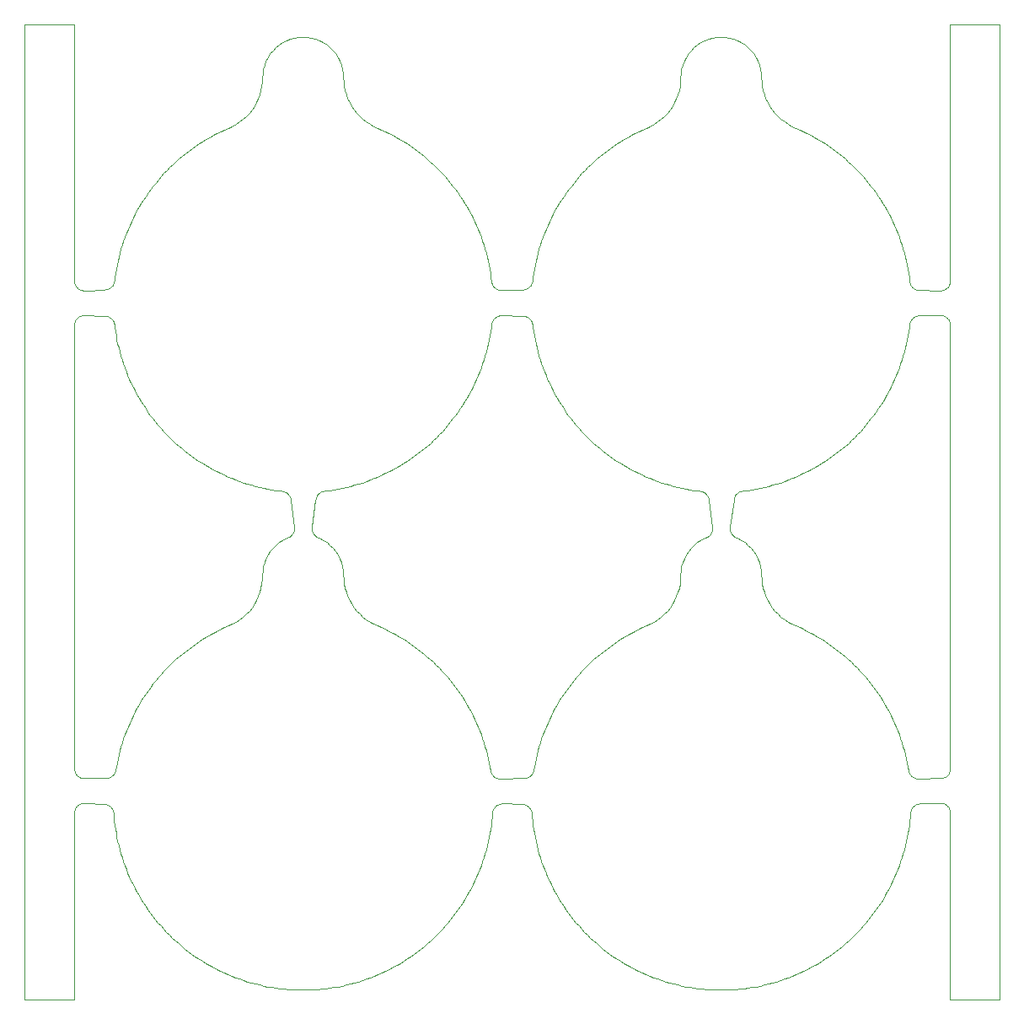
<source format=gko>
%MOIN*%
%OFA0B0*%
%FSLAX44Y44*%
%IPPOS*%
%LPD*%
%ADD10C,0*%
D10*
X00035396Y00026713D02*
X00035396Y00026713D01*
X00035396Y00026713D01*
X00035400Y00026741D01*
X00035406Y00026768D01*
X00035415Y00026795D01*
X00035425Y00026821D01*
X00035437Y00026847D01*
X00035451Y00026871D01*
X00035467Y00026895D01*
X00035484Y00026917D01*
X00035503Y00026938D01*
X00035523Y00026958D01*
X00035545Y00026976D01*
X00035568Y00026993D01*
X00035592Y00027008D01*
X00035617Y00027021D01*
X00035643Y00027032D01*
X00035669Y00027041D01*
X00035697Y00027049D01*
X00035724Y00027054D01*
X00035752Y00027058D01*
X00035781Y00027059D01*
X00036608Y00027072D01*
X00036639Y00027071D01*
X00036670Y00027068D01*
X00036701Y00027062D01*
X00036731Y00027054D01*
X00036760Y00027044D01*
X00036789Y00027031D01*
X00036816Y00027016D01*
X00036842Y00026999D01*
X00036867Y00026980D01*
X00036890Y00026959D01*
X00036911Y00026936D01*
X00036931Y00026912D01*
X00036948Y00026886D01*
X00036964Y00026859D01*
X00036977Y00026830D01*
X00036988Y00026801D01*
X00036996Y00026771D01*
X00037002Y00026740D01*
X00037006Y00026709D01*
X00037007Y00026678D01*
X00037007Y00009148D01*
X00037006Y00009117D01*
X00037003Y00009087D01*
X00036997Y00009057D01*
X00036988Y00009027D01*
X00036978Y00008998D01*
X00036965Y00008970D01*
X00036950Y00008944D01*
X00036934Y00008918D01*
X00036915Y00008894D01*
X00036894Y00008871D01*
X00036872Y00008850D01*
X00036848Y00008831D01*
X00036823Y00008814D01*
X00036796Y00008799D01*
X00036768Y00008786D01*
X00036740Y00008775D01*
X00036710Y00008766D01*
X00036680Y00008760D01*
X00036650Y00008756D01*
X00036620Y00008754D01*
X00035747Y00008741D01*
X00035719Y00008742D01*
X00035692Y00008744D01*
X00035664Y00008749D01*
X00035637Y00008755D01*
X00035610Y00008763D01*
X00035584Y00008774D01*
X00035559Y00008786D01*
X00035535Y00008800D01*
X00035512Y00008815D01*
X00035489Y00008832D01*
X00035469Y00008851D01*
X00035449Y00008871D01*
X00035431Y00008892D01*
X00035415Y00008915D01*
X00035400Y00008939D01*
X00035387Y00008963D01*
X00035376Y00008989D01*
X00035366Y00009015D01*
X00035359Y00009042D01*
X00035353Y00009070D01*
X00035329Y00009215D01*
X00035298Y00009377D01*
X00035264Y00009538D01*
X00035226Y00009699D01*
X00035184Y00009858D01*
X00035139Y00010017D01*
X00035091Y00010175D01*
X00035039Y00010332D01*
X00034984Y00010487D01*
X00034925Y00010641D01*
X00034863Y00010794D01*
X00034798Y00010946D01*
X00034729Y00011096D01*
X00034657Y00011244D01*
X00034581Y00011391D01*
X00034503Y00011536D01*
X00034421Y00011679D01*
X00034336Y00011821D01*
X00034249Y00011961D01*
X00034158Y00012098D01*
X00034064Y00012234D01*
X00033967Y00012367D01*
X00033867Y00012499D01*
X00033764Y00012628D01*
X00033659Y00012755D01*
X00033551Y00012879D01*
X00033440Y00013002D01*
X00033326Y00013121D01*
X00033210Y00013238D01*
X00033091Y00013353D01*
X00032970Y00013465D01*
X00032846Y00013574D01*
X00032720Y00013680D01*
X00032592Y00013784D01*
X00032461Y00013885D01*
X00032328Y00013983D01*
X00032193Y00014078D01*
X00032056Y00014170D01*
X00031917Y00014259D01*
X00031776Y00014345D01*
X00031634Y00014427D01*
X00031489Y00014507D01*
X00031343Y00014583D01*
X00031195Y00014657D01*
X00031045Y00014727D01*
X00030895Y00014793D01*
X00030895Y00014793D01*
X00030738Y00014863D01*
X00030588Y00014945D01*
X00030445Y00015038D01*
X00030310Y00015143D01*
X00030184Y00015258D01*
X00030067Y00015382D01*
X00029960Y00015516D01*
X00029864Y00015657D01*
X00029780Y00015806D01*
X00029708Y00015961D01*
X00029648Y00016121D01*
X00029601Y00016285D01*
X00029568Y00016453D01*
X00029547Y00016622D01*
X00029540Y00016793D01*
X00029532Y00016960D01*
X00029505Y00017126D01*
X00029462Y00017288D01*
X00029402Y00017444D01*
X00029326Y00017593D01*
X00029235Y00017734D01*
X00029129Y00017864D01*
X00029011Y00017982D01*
X00028881Y00018088D01*
X00028740Y00018179D01*
X00028591Y00018255D01*
X00028548Y00018271D01*
X00028524Y00018282D01*
X00028501Y00018293D01*
X00028478Y00018307D01*
X00028456Y00018322D01*
X00028436Y00018338D01*
X00028416Y00018356D01*
X00028398Y00018374D01*
X00028381Y00018395D01*
X00028365Y00018416D01*
X00028351Y00018438D01*
X00028338Y00018461D01*
X00028327Y00018485D01*
X00028318Y00018509D01*
X00028310Y00018534D01*
X00028304Y00018560D01*
X00028299Y00018586D01*
X00028297Y00018612D01*
X00028296Y00018638D01*
X00028297Y00018665D01*
X00028299Y00018691D01*
X00028445Y00019782D01*
X00028449Y00019808D01*
X00028455Y00019833D01*
X00028463Y00019858D01*
X00028472Y00019883D01*
X00028483Y00019906D01*
X00028496Y00019929D01*
X00028510Y00019952D01*
X00028525Y00019973D01*
X00028542Y00019993D01*
X00028560Y00020012D01*
X00028579Y00020029D01*
X00028600Y00020046D01*
X00028621Y00020060D01*
X00028644Y00020074D01*
X00028667Y00020086D01*
X00028691Y00020096D01*
X00028715Y00020105D01*
X00028741Y00020112D01*
X00028766Y00020118D01*
X00028792Y00020121D01*
X00028846Y00020127D01*
X00029009Y00020149D01*
X00029172Y00020174D01*
X00029335Y00020203D01*
X00029497Y00020236D01*
X00029658Y00020272D01*
X00029818Y00020311D01*
X00029977Y00020354D01*
X00030136Y00020401D01*
X00030293Y00020451D01*
X00030449Y00020504D01*
X00030604Y00020561D01*
X00030757Y00020621D01*
X00030910Y00020685D01*
X00031060Y00020752D01*
X00031210Y00020822D01*
X00031358Y00020895D01*
X00031504Y00020972D01*
X00031648Y00021052D01*
X00031791Y00021135D01*
X00031931Y00021221D01*
X00032070Y00021311D01*
X00032207Y00021403D01*
X00032342Y00021498D01*
X00032474Y00021596D01*
X00032605Y00021698D01*
X00032733Y00021801D01*
X00032858Y00021908D01*
X00032982Y00022018D01*
X00033103Y00022130D01*
X00033221Y00022245D01*
X00033337Y00022362D01*
X00033451Y00022482D01*
X00033562Y00022604D01*
X00033670Y00022729D01*
X00033775Y00022856D01*
X00033877Y00022986D01*
X00033977Y00023117D01*
X00034073Y00023251D01*
X00034167Y00023387D01*
X00034258Y00023525D01*
X00034345Y00023665D01*
X00034430Y00023806D01*
X00034511Y00023950D01*
X00034589Y00024095D01*
X00034664Y00024242D01*
X00034736Y00024391D01*
X00034804Y00024541D01*
X00034869Y00024693D01*
X00034931Y00024846D01*
X00034989Y00025000D01*
X00035044Y00025155D01*
X00035096Y00025312D01*
X00035144Y00025470D01*
X00035189Y00025629D01*
X00035230Y00025789D01*
X00035267Y00025949D01*
X00035301Y00026111D01*
X00035332Y00026273D01*
X00035359Y00026436D01*
X00035382Y00026599D01*
X00035396Y00026713D01*
X00037007Y00028439D02*
X00037007Y00028439D01*
X00037006Y00028408D01*
X00037002Y00028377D01*
X00036996Y00028346D01*
X00036988Y00028316D01*
X00036977Y00028287D01*
X00036964Y00028259D01*
X00036949Y00028232D01*
X00036931Y00028206D01*
X00036912Y00028182D01*
X00036891Y00028159D01*
X00036868Y00028138D01*
X00036843Y00028119D01*
X00036817Y00028102D01*
X00036790Y00028087D01*
X00036761Y00028074D01*
X00036732Y00028063D01*
X00036702Y00028055D01*
X00036671Y00028049D01*
X00036640Y00028046D01*
X00036609Y00028045D01*
X00035787Y00028054D01*
X00035759Y00028056D01*
X00035730Y00028059D01*
X00035702Y00028065D01*
X00035674Y00028072D01*
X00035647Y00028082D01*
X00035621Y00028093D01*
X00035596Y00028107D01*
X00035571Y00028122D01*
X00035548Y00028139D01*
X00035526Y00028158D01*
X00035506Y00028178D01*
X00035487Y00028199D01*
X00035469Y00028222D01*
X00035454Y00028246D01*
X00035440Y00028272D01*
X00035428Y00028298D01*
X00035418Y00028325D01*
X00035410Y00028352D01*
X00035404Y00028380D01*
X00035400Y00028409D01*
X00035400Y00028410D01*
X00035380Y00028574D01*
X00035356Y00028737D01*
X00035329Y00028900D01*
X00035298Y00029062D01*
X00035264Y00029223D01*
X00035226Y00029384D01*
X00035184Y00029543D01*
X00035139Y00029702D01*
X00035091Y00029860D01*
X00035039Y00030017D01*
X00034984Y00030172D01*
X00034925Y00030326D01*
X00034863Y00030479D01*
X00034798Y00030631D01*
X00034729Y00030781D01*
X00034657Y00030929D01*
X00034581Y00031076D01*
X00034503Y00031221D01*
X00034421Y00031364D01*
X00034336Y00031506D01*
X00034249Y00031646D01*
X00034158Y00031783D01*
X00034064Y00031919D01*
X00033967Y00032053D01*
X00033867Y00032184D01*
X00033764Y00032313D01*
X00033659Y00032440D01*
X00033551Y00032564D01*
X00033440Y00032687D01*
X00033326Y00032806D01*
X00033210Y00032923D01*
X00033091Y00033038D01*
X00032970Y00033150D01*
X00032846Y00033259D01*
X00032720Y00033366D01*
X00032592Y00033469D01*
X00032461Y00033570D01*
X00032328Y00033668D01*
X00032193Y00033763D01*
X00032056Y00033855D01*
X00031917Y00033944D01*
X00031776Y00034030D01*
X00031634Y00034113D01*
X00031489Y00034192D01*
X00031343Y00034269D01*
X00031195Y00034342D01*
X00031045Y00034412D01*
X00030895Y00034478D01*
X00030895Y00034478D01*
X00030738Y00034548D01*
X00030588Y00034630D01*
X00030445Y00034723D01*
X00030310Y00034828D01*
X00030184Y00034943D01*
X00030067Y00035067D01*
X00029960Y00035201D01*
X00029864Y00035342D01*
X00029780Y00035491D01*
X00029708Y00035646D01*
X00029648Y00035806D01*
X00029601Y00035970D01*
X00029568Y00036138D01*
X00029547Y00036307D01*
X00029540Y00036478D01*
X00029532Y00036645D01*
X00029505Y00036811D01*
X00029462Y00036973D01*
X00029402Y00037129D01*
X00029326Y00037278D01*
X00029235Y00037419D01*
X00029129Y00037549D01*
X00029011Y00037667D01*
X00028881Y00037773D01*
X00028740Y00037864D01*
X00028591Y00037940D01*
X00028435Y00038000D01*
X00028273Y00038043D01*
X00028108Y00038069D01*
X00027940Y00038078D01*
X00027773Y00038069D01*
X00027608Y00038043D01*
X00027446Y00038000D01*
X00027290Y00037940D01*
X00027140Y00037864D01*
X00027000Y00037773D01*
X00026870Y00037667D01*
X00026751Y00037549D01*
X00026646Y00037419D01*
X00026555Y00037278D01*
X00026479Y00037129D01*
X00026419Y00036973D01*
X00026375Y00036811D01*
X00026349Y00036645D01*
X00026340Y00036478D01*
X00026334Y00036307D01*
X00026313Y00036138D01*
X00026280Y00035970D01*
X00026233Y00035806D01*
X00026173Y00035646D01*
X00026101Y00035491D01*
X00026017Y00035342D01*
X00025921Y00035201D01*
X00025814Y00035067D01*
X00025697Y00034943D01*
X00025571Y00034828D01*
X00025435Y00034723D01*
X00025292Y00034630D01*
X00025142Y00034548D01*
X00024986Y00034478D01*
X00024835Y00034412D01*
X00024686Y00034342D01*
X00024538Y00034269D01*
X00024392Y00034192D01*
X00024247Y00034113D01*
X00024105Y00034030D01*
X00023964Y00033944D01*
X00023825Y00033855D01*
X00023688Y00033763D01*
X00023553Y00033668D01*
X00023420Y00033570D01*
X00023289Y00033469D01*
X00023161Y00033366D01*
X00023035Y00033259D01*
X00022911Y00033150D01*
X00022790Y00033038D01*
X00022671Y00032923D01*
X00022555Y00032806D01*
X00022441Y00032687D01*
X00022330Y00032565D01*
X00022222Y00032440D01*
X00022117Y00032313D01*
X00022014Y00032184D01*
X00021914Y00032053D01*
X00021817Y00031919D01*
X00021723Y00031783D01*
X00021632Y00031646D01*
X00021544Y00031506D01*
X00021460Y00031364D01*
X00021378Y00031221D01*
X00021299Y00031076D01*
X00021224Y00030929D01*
X00021152Y00030781D01*
X00021083Y00030631D01*
X00021018Y00030479D01*
X00020956Y00030326D01*
X00020897Y00030172D01*
X00020842Y00030017D01*
X00020790Y00029860D01*
X00020741Y00029702D01*
X00020697Y00029543D01*
X00020655Y00029384D01*
X00020617Y00029223D01*
X00020583Y00029062D01*
X00020552Y00028900D01*
X00020525Y00028737D01*
X00020501Y00028574D01*
X00020483Y00028429D01*
X00020479Y00028401D01*
X00020473Y00028374D01*
X00020464Y00028347D01*
X00020454Y00028322D01*
X00020442Y00028296D01*
X00020429Y00028272D01*
X00020414Y00028249D01*
X00020397Y00028227D01*
X00020378Y00028206D01*
X00020358Y00028186D01*
X00020337Y00028168D01*
X00020315Y00028152D01*
X00020291Y00028137D01*
X00020267Y00028124D01*
X00020241Y00028112D01*
X00020215Y00028103D01*
X00020188Y00028095D01*
X00020161Y00028089D01*
X00020134Y00028085D01*
X00020106Y00028083D01*
X00019270Y00028055D01*
X00019240Y00028055D01*
X00019211Y00028057D01*
X00019181Y00028062D01*
X00019153Y00028068D01*
X00019124Y00028077D01*
X00019097Y00028088D01*
X00019070Y00028101D01*
X00019045Y00028116D01*
X00019020Y00028133D01*
X00018997Y00028152D01*
X00018976Y00028172D01*
X00018956Y00028194D01*
X00018938Y00028217D01*
X00018921Y00028242D01*
X00018907Y00028268D01*
X00018894Y00028294D01*
X00018883Y00028322D01*
X00018875Y00028350D01*
X00018869Y00028379D01*
X00018865Y00028409D01*
X00018865Y00028410D01*
X00018844Y00028574D01*
X00018821Y00028737D01*
X00018794Y00028900D01*
X00018763Y00029062D01*
X00018728Y00029223D01*
X00018690Y00029384D01*
X00018649Y00029543D01*
X00018604Y00029702D01*
X00018556Y00029860D01*
X00018504Y00030017D01*
X00018448Y00030172D01*
X00018390Y00030326D01*
X00018328Y00030479D01*
X00018262Y00030631D01*
X00018193Y00030781D01*
X00018121Y00030929D01*
X00018046Y00031076D01*
X00017968Y00031221D01*
X00017886Y00031364D01*
X00017801Y00031506D01*
X00017713Y00031646D01*
X00017622Y00031783D01*
X00017528Y00031919D01*
X00017431Y00032053D01*
X00017332Y00032184D01*
X00017229Y00032313D01*
X00017123Y00032440D01*
X00017015Y00032564D01*
X00016904Y00032687D01*
X00016791Y00032806D01*
X00016674Y00032923D01*
X00016556Y00033038D01*
X00016434Y00033150D01*
X00016311Y00033259D01*
X00016185Y00033366D01*
X00016056Y00033469D01*
X00015926Y00033570D01*
X00015793Y00033668D01*
X00015658Y00033763D01*
X00015521Y00033855D01*
X00015382Y00033944D01*
X00015241Y00034030D01*
X00015098Y00034113D01*
X00014954Y00034192D01*
X00014807Y00034269D01*
X00014660Y00034342D01*
X00014510Y00034412D01*
X00014359Y00034478D01*
X00014359Y00034478D01*
X00014203Y00034548D01*
X00014053Y00034630D01*
X00013910Y00034723D01*
X00013775Y00034828D01*
X00013648Y00034943D01*
X00013531Y00035067D01*
X00013425Y00035201D01*
X00013329Y00035342D01*
X00013245Y00035491D01*
X00013172Y00035646D01*
X00013113Y00035806D01*
X00013066Y00035970D01*
X00013032Y00036138D01*
X00013012Y00036307D01*
X00013005Y00036478D01*
X00012996Y00036645D01*
X00012970Y00036811D01*
X00012927Y00036973D01*
X00012867Y00037129D01*
X00012791Y00037278D01*
X00012699Y00037419D01*
X00012594Y00037549D01*
X00012476Y00037667D01*
X00012345Y00037773D01*
X00012205Y00037864D01*
X00012056Y00037940D01*
X00011899Y00038000D01*
X00011738Y00038043D01*
X00011572Y00038069D01*
X00011405Y00038078D01*
X00011238Y00038069D01*
X00011072Y00038043D01*
X00010911Y00038000D01*
X00010754Y00037940D01*
X00010605Y00037864D01*
X00010465Y00037773D01*
X00010334Y00037667D01*
X00010216Y00037549D01*
X00010111Y00037419D01*
X00010019Y00037278D01*
X00009943Y00037129D01*
X00009883Y00036973D01*
X00009840Y00036811D01*
X00009814Y00036645D01*
X00009805Y00036478D01*
X00009798Y00036307D01*
X00009778Y00036138D01*
X00009744Y00035970D01*
X00009697Y00035806D01*
X00009638Y00035646D01*
X00009565Y00035491D01*
X00009481Y00035342D01*
X00009385Y00035201D01*
X00009279Y00035067D01*
X00009162Y00034943D01*
X00009035Y00034828D01*
X00008900Y00034723D01*
X00008757Y00034630D01*
X00008607Y00034548D01*
X00008451Y00034478D01*
X00008300Y00034412D01*
X00008151Y00034342D01*
X00008003Y00034269D01*
X00007856Y00034192D01*
X00007712Y00034113D01*
X00007569Y00034030D01*
X00007428Y00033944D01*
X00007289Y00033855D01*
X00007152Y00033763D01*
X00007017Y00033668D01*
X00006884Y00033570D01*
X00006754Y00033469D01*
X00006625Y00033366D01*
X00006499Y00033259D01*
X00006376Y00033150D01*
X00006254Y00033038D01*
X00006136Y00032923D01*
X00006019Y00032806D01*
X00005906Y00032687D01*
X00005795Y00032565D01*
X00005687Y00032440D01*
X00005581Y00032313D01*
X00005478Y00032184D01*
X00005379Y00032053D01*
X00005282Y00031919D01*
X00005188Y00031783D01*
X00005097Y00031646D01*
X00005009Y00031506D01*
X00004924Y00031364D01*
X00004843Y00031221D01*
X00004764Y00031076D01*
X00004689Y00030929D01*
X00004617Y00030781D01*
X00004548Y00030631D01*
X00004482Y00030479D01*
X00004420Y00030326D01*
X00004362Y00030172D01*
X00004306Y00030017D01*
X00004254Y00029860D01*
X00004206Y00029702D01*
X00004161Y00029543D01*
X00004120Y00029384D01*
X00004082Y00029223D01*
X00004047Y00029062D01*
X00004016Y00028900D01*
X00003989Y00028737D01*
X00003966Y00028574D01*
X00003948Y00028429D01*
X00003948Y00028429D01*
X00003943Y00028401D01*
X00003937Y00028375D01*
X00003929Y00028348D01*
X00003919Y00028322D01*
X00003908Y00028297D01*
X00003894Y00028273D01*
X00003879Y00028250D01*
X00003862Y00028228D01*
X00003844Y00028207D01*
X00003825Y00028188D01*
X00003804Y00028170D01*
X00003782Y00028153D01*
X00003759Y00028138D01*
X00003734Y00028125D01*
X00003709Y00028114D01*
X00003684Y00028104D01*
X00003657Y00028096D01*
X00003630Y00028090D01*
X00003603Y00028086D01*
X00003575Y00028083D01*
X00002774Y00028046D01*
X00002742Y00028045D01*
X00002710Y00028048D01*
X00002679Y00028053D01*
X00002648Y00028060D01*
X00002618Y00028070D01*
X00002588Y00028082D01*
X00002560Y00028097D01*
X00002533Y00028114D01*
X00002508Y00028133D01*
X00002484Y00028154D01*
X00002462Y00028177D01*
X00002441Y00028202D01*
X00002423Y00028228D01*
X00002407Y00028255D01*
X00002393Y00028284D01*
X00002382Y00028314D01*
X00002373Y00028344D01*
X00002367Y00028375D01*
X00002363Y00028407D01*
X00002362Y00028439D01*
X00002362Y00038582D01*
X00000393Y00038582D01*
X00000393Y00000000D01*
X00002362Y00000000D01*
X00002362Y00007387D01*
X00002363Y00007419D01*
X00002367Y00007451D01*
X00002373Y00007482D01*
X00002382Y00007513D01*
X00002394Y00007543D01*
X00002408Y00007572D01*
X00002424Y00007600D01*
X00002443Y00007626D01*
X00002463Y00007651D01*
X00002485Y00007673D01*
X00002510Y00007695D01*
X00002536Y00007714D01*
X00002563Y00007730D01*
X00002592Y00007745D01*
X00002621Y00007757D01*
X00002652Y00007767D01*
X00002683Y00007774D01*
X00002715Y00007778D01*
X00002747Y00007780D01*
X00002779Y00007780D01*
X00003549Y00007734D01*
X00003577Y00007731D01*
X00003605Y00007726D01*
X00003632Y00007720D01*
X00003659Y00007711D01*
X00003685Y00007700D01*
X00003711Y00007688D01*
X00003735Y00007674D01*
X00003758Y00007658D01*
X00003781Y00007640D01*
X00003801Y00007621D01*
X00003821Y00007601D01*
X00003839Y00007579D01*
X00003855Y00007556D01*
X00003870Y00007532D01*
X00003882Y00007506D01*
X00003893Y00007480D01*
X00003902Y00007454D01*
X00003909Y00007426D01*
X00003915Y00007399D01*
X00003918Y00007370D01*
X00003928Y00007242D01*
X00003944Y00007078D01*
X00003963Y00006914D01*
X00003987Y00006751D01*
X00004014Y00006588D01*
X00004044Y00006426D01*
X00004078Y00006264D01*
X00004116Y00006104D01*
X00004157Y00005944D01*
X00004201Y00005785D01*
X00004249Y00005627D01*
X00004301Y00005470D01*
X00004356Y00005315D01*
X00004414Y00005161D01*
X00004476Y00005008D01*
X00004541Y00004856D01*
X00004610Y00004706D01*
X00004681Y00004557D01*
X00004756Y00004410D01*
X00004834Y00004265D01*
X00004916Y00004121D01*
X00005000Y00003980D01*
X00005088Y00003840D01*
X00005179Y00003702D01*
X00005272Y00003566D01*
X00005369Y00003432D01*
X00005468Y00003301D01*
X00005571Y00003171D01*
X00005676Y00003044D01*
X00005784Y00002919D01*
X00005895Y00002797D01*
X00006008Y00002677D01*
X00006124Y00002560D01*
X00006242Y00002445D01*
X00006363Y00002333D01*
X00006487Y00002223D01*
X00006613Y00002116D01*
X00006741Y00002012D01*
X00006871Y00001911D01*
X00007004Y00001813D01*
X00007139Y00001718D01*
X00007275Y00001626D01*
X00007414Y00001536D01*
X00007555Y00001450D01*
X00007697Y00001367D01*
X00007842Y00001287D01*
X00007988Y00001210D01*
X00008136Y00001137D01*
X00008285Y00001067D01*
X00008436Y00001000D01*
X00008588Y00000936D01*
X00008742Y00000876D01*
X00008897Y00000819D01*
X00009053Y00000766D01*
X00009210Y00000716D01*
X00009368Y00000669D01*
X00009528Y00000626D01*
X00009688Y00000587D01*
X00009849Y00000551D01*
X00010011Y00000518D01*
X00010173Y00000489D01*
X00010336Y00000464D01*
X00010500Y00000442D01*
X00010664Y00000424D01*
X00010828Y00000410D01*
X00010993Y00000399D01*
X00011158Y00000392D01*
X00011322Y00000388D01*
X00011488Y00000388D01*
X00011652Y00000392D01*
X00011817Y00000399D01*
X00011982Y00000410D01*
X00012146Y00000424D01*
X00012310Y00000442D01*
X00012474Y00000464D01*
X00012637Y00000489D01*
X00012799Y00000518D01*
X00012961Y00000551D01*
X00013122Y00000587D01*
X00013282Y00000626D01*
X00013442Y00000669D01*
X00013600Y00000716D01*
X00013757Y00000766D01*
X00013913Y00000819D01*
X00014068Y00000876D01*
X00014222Y00000936D01*
X00014374Y00001000D01*
X00014525Y00001067D01*
X00014674Y00001137D01*
X00014822Y00001210D01*
X00014968Y00001287D01*
X00015113Y00001367D01*
X00015255Y00001450D01*
X00015396Y00001536D01*
X00015535Y00001626D01*
X00015671Y00001718D01*
X00015806Y00001813D01*
X00015939Y00001911D01*
X00016069Y00002012D01*
X00016197Y00002116D01*
X00016323Y00002223D01*
X00016447Y00002333D01*
X00016568Y00002445D01*
X00016686Y00002560D01*
X00016802Y00002677D01*
X00016915Y00002797D01*
X00017026Y00002919D01*
X00017134Y00003044D01*
X00017239Y00003171D01*
X00017342Y00003301D01*
X00017441Y00003432D01*
X00017538Y00003566D01*
X00017631Y00003702D01*
X00017722Y00003840D01*
X00017810Y00003980D01*
X00017894Y00004121D01*
X00017976Y00004265D01*
X00018054Y00004410D01*
X00018129Y00004557D01*
X00018200Y00004706D01*
X00018269Y00004856D01*
X00018334Y00005008D01*
X00018396Y00005161D01*
X00018454Y00005315D01*
X00018509Y00005470D01*
X00018561Y00005627D01*
X00018609Y00005785D01*
X00018653Y00005944D01*
X00018694Y00006104D01*
X00018732Y00006264D01*
X00018766Y00006426D01*
X00018796Y00006588D01*
X00018823Y00006751D01*
X00018847Y00006914D01*
X00018866Y00007078D01*
X00018882Y00007242D01*
X00018894Y00007390D01*
X00018897Y00007420D01*
X00018903Y00007449D01*
X00018911Y00007478D01*
X00018921Y00007506D01*
X00018933Y00007533D01*
X00018947Y00007560D01*
X00018963Y00007585D01*
X00018981Y00007609D01*
X00019001Y00007631D01*
X00019022Y00007652D01*
X00019045Y00007671D01*
X00019070Y00007689D01*
X00019095Y00007704D01*
X00019122Y00007718D01*
X00019149Y00007729D01*
X00019178Y00007739D01*
X00019207Y00007746D01*
X00019236Y00007751D01*
X00019266Y00007753D01*
X00019296Y00007754D01*
X00020071Y00007734D01*
X00020099Y00007732D01*
X00020128Y00007729D01*
X00020156Y00007723D01*
X00020184Y00007714D01*
X00020211Y00007704D01*
X00020238Y00007692D01*
X00020263Y00007678D01*
X00020287Y00007663D01*
X00020310Y00007645D01*
X00020332Y00007626D01*
X00020352Y00007605D01*
X00020371Y00007583D01*
X00020388Y00007560D01*
X00020403Y00007535D01*
X00020416Y00007510D01*
X00020428Y00007483D01*
X00020437Y00007456D01*
X00020445Y00007428D01*
X00020450Y00007399D01*
X00020453Y00007370D01*
X00020463Y00007242D01*
X00020479Y00007078D01*
X00020499Y00006914D01*
X00020522Y00006751D01*
X00020549Y00006588D01*
X00020580Y00006426D01*
X00020614Y00006264D01*
X00020651Y00006104D01*
X00020692Y00005944D01*
X00020737Y00005785D01*
X00020785Y00005627D01*
X00020836Y00005470D01*
X00020891Y00005315D01*
X00020950Y00005161D01*
X00021012Y00005008D01*
X00021077Y00004856D01*
X00021145Y00004706D01*
X00021217Y00004557D01*
X00021292Y00004410D01*
X00021370Y00004265D01*
X00021451Y00004121D01*
X00021536Y00003980D01*
X00021623Y00003840D01*
X00021714Y00003702D01*
X00021808Y00003566D01*
X00021904Y00003432D01*
X00022004Y00003301D01*
X00022106Y00003171D01*
X00022211Y00003044D01*
X00022319Y00002919D01*
X00022430Y00002797D01*
X00022543Y00002677D01*
X00022659Y00002560D01*
X00022778Y00002445D01*
X00022899Y00002333D01*
X00023022Y00002223D01*
X00023148Y00002116D01*
X00023276Y00002012D01*
X00023407Y00001911D01*
X00023539Y00001813D01*
X00023674Y00001718D01*
X00023811Y00001626D01*
X00023950Y00001536D01*
X00024090Y00001450D01*
X00024233Y00001367D01*
X00024377Y00001287D01*
X00024523Y00001210D01*
X00024671Y00001137D01*
X00024820Y00001067D01*
X00024971Y00001000D01*
X00025123Y00000936D01*
X00025277Y00000876D01*
X00025432Y00000819D01*
X00025588Y00000766D01*
X00025745Y00000716D01*
X00025904Y00000669D01*
X00026063Y00000626D01*
X00026223Y00000587D01*
X00026384Y00000551D01*
X00026546Y00000518D01*
X00026708Y00000489D01*
X00026872Y00000464D01*
X00027035Y00000442D01*
X00027199Y00000424D01*
X00027363Y00000410D01*
X00027528Y00000399D01*
X00027693Y00000392D01*
X00027858Y00000388D01*
X00028023Y00000388D01*
X00028188Y00000392D01*
X00028353Y00000399D01*
X00028517Y00000410D01*
X00028682Y00000424D01*
X00028846Y00000442D01*
X00029009Y00000464D01*
X00029172Y00000489D01*
X00029335Y00000518D01*
X00029497Y00000551D01*
X00029658Y00000587D01*
X00029818Y00000626D01*
X00029977Y00000669D01*
X00030136Y00000716D01*
X00030293Y00000766D01*
X00030449Y00000819D01*
X00030604Y00000876D01*
X00030757Y00000936D01*
X00030910Y00001000D01*
X00031060Y00001067D01*
X00031210Y00001137D01*
X00031358Y00001210D01*
X00031504Y00001287D01*
X00031648Y00001367D01*
X00031791Y00001450D01*
X00031931Y00001536D01*
X00032070Y00001626D01*
X00032207Y00001718D01*
X00032342Y00001813D01*
X00032474Y00001911D01*
X00032605Y00002012D01*
X00032733Y00002116D01*
X00032858Y00002223D01*
X00032982Y00002333D01*
X00033103Y00002445D01*
X00033221Y00002560D01*
X00033337Y00002677D01*
X00033451Y00002797D01*
X00033562Y00002919D01*
X00033670Y00003044D01*
X00033775Y00003171D01*
X00033877Y00003301D01*
X00033977Y00003432D01*
X00034073Y00003566D01*
X00034167Y00003702D01*
X00034258Y00003840D01*
X00034345Y00003980D01*
X00034430Y00004121D01*
X00034511Y00004265D01*
X00034589Y00004410D01*
X00034664Y00004557D01*
X00034736Y00004706D01*
X00034804Y00004856D01*
X00034869Y00005008D01*
X00034931Y00005161D01*
X00034989Y00005315D01*
X00035044Y00005470D01*
X00035096Y00005627D01*
X00035144Y00005785D01*
X00035189Y00005944D01*
X00035230Y00006104D01*
X00035267Y00006264D01*
X00035301Y00006426D01*
X00035332Y00006588D01*
X00035359Y00006751D01*
X00035382Y00006914D01*
X00035402Y00007078D01*
X00035418Y00007242D01*
X00035429Y00007390D01*
X00035432Y00007419D01*
X00035438Y00007447D01*
X00035445Y00007475D01*
X00035454Y00007502D01*
X00035466Y00007528D01*
X00035479Y00007554D01*
X00035494Y00007578D01*
X00035511Y00007602D01*
X00035529Y00007624D01*
X00035549Y00007644D01*
X00035571Y00007663D01*
X00035594Y00007681D01*
X00035618Y00007697D01*
X00035643Y00007711D01*
X00035669Y00007723D01*
X00035696Y00007733D01*
X00035723Y00007741D01*
X00035751Y00007747D01*
X00035780Y00007752D01*
X00035808Y00007754D01*
X00036600Y00007780D01*
X00036632Y00007780D01*
X00036663Y00007777D01*
X00036695Y00007772D01*
X00036725Y00007764D01*
X00036755Y00007754D01*
X00036784Y00007742D01*
X00036812Y00007727D01*
X00036839Y00007710D01*
X00036864Y00007691D01*
X00036887Y00007670D01*
X00036909Y00007647D01*
X00036929Y00007623D01*
X00036947Y00007597D01*
X00036963Y00007569D01*
X00036976Y00007541D01*
X00036987Y00007511D01*
X00036996Y00007481D01*
X00037002Y00007450D01*
X00037006Y00007418D01*
X00037007Y00007387D01*
X00037007Y00000000D01*
X00038976Y00000000D01*
X00038976Y00038582D01*
X00037007Y00038582D01*
X00037007Y00028439D01*
X00018860Y00026713D02*
X00018860Y00026713D01*
X00018865Y00026741D01*
X00018871Y00026770D01*
X00018880Y00026797D01*
X00018891Y00026824D01*
X00018904Y00026850D01*
X00018918Y00026875D01*
X00018934Y00026899D01*
X00018953Y00026922D01*
X00018972Y00026943D01*
X00018993Y00026963D01*
X00019016Y00026981D01*
X00019040Y00026998D01*
X00019065Y00027012D01*
X00019091Y00027025D01*
X00019118Y00027036D01*
X00019146Y00027045D01*
X00019174Y00027052D01*
X00019203Y00027056D01*
X00019232Y00027059D01*
X00019261Y00027059D01*
X00020106Y00027039D01*
X00020134Y00027037D01*
X00020162Y00027034D01*
X00020189Y00027028D01*
X00020217Y00027020D01*
X00020243Y00027011D01*
X00020269Y00027000D01*
X00020293Y00026986D01*
X00020317Y00026972D01*
X00020340Y00026955D01*
X00020361Y00026937D01*
X00020382Y00026917D01*
X00020400Y00026896D01*
X00020417Y00026874D01*
X00020433Y00026850D01*
X00020447Y00026826D01*
X00020459Y00026801D01*
X00020469Y00026774D01*
X00020477Y00026748D01*
X00020483Y00026720D01*
X00020488Y00026692D01*
X00020499Y00026599D01*
X00020522Y00026436D01*
X00020549Y00026273D01*
X00020580Y00026111D01*
X00020614Y00025949D01*
X00020651Y00025789D01*
X00020692Y00025629D01*
X00020737Y00025470D01*
X00020785Y00025312D01*
X00020836Y00025156D01*
X00020891Y00025000D01*
X00020950Y00024846D01*
X00021012Y00024693D01*
X00021077Y00024541D01*
X00021145Y00024391D01*
X00021217Y00024242D01*
X00021292Y00024095D01*
X00021370Y00023950D01*
X00021451Y00023806D01*
X00021536Y00023665D01*
X00021623Y00023525D01*
X00021714Y00023387D01*
X00021808Y00023251D01*
X00021904Y00023117D01*
X00022004Y00022986D01*
X00022106Y00022856D01*
X00022211Y00022729D01*
X00022319Y00022604D01*
X00022430Y00022482D01*
X00022543Y00022362D01*
X00022659Y00022245D01*
X00022778Y00022130D01*
X00022899Y00022018D01*
X00023022Y00021908D01*
X00023148Y00021801D01*
X00023276Y00021698D01*
X00023407Y00021596D01*
X00023539Y00021498D01*
X00023674Y00021403D01*
X00023811Y00021311D01*
X00023950Y00021221D01*
X00024090Y00021135D01*
X00024233Y00021052D01*
X00024377Y00020972D01*
X00024523Y00020895D01*
X00024671Y00020822D01*
X00024820Y00020752D01*
X00024971Y00020685D01*
X00025123Y00020621D01*
X00025277Y00020561D01*
X00025432Y00020504D01*
X00025588Y00020451D01*
X00025745Y00020401D01*
X00025904Y00020354D01*
X00026063Y00020311D01*
X00026223Y00020272D01*
X00026384Y00020236D01*
X00026546Y00020203D01*
X00026708Y00020174D01*
X00026872Y00020149D01*
X00027035Y00020127D01*
X00027110Y00020119D01*
X00027136Y00020115D01*
X00027162Y00020110D01*
X00027187Y00020103D01*
X00027212Y00020094D01*
X00027236Y00020083D01*
X00027259Y00020071D01*
X00027282Y00020058D01*
X00027303Y00020043D01*
X00027324Y00020026D01*
X00027343Y00020008D01*
X00027361Y00019989D01*
X00027378Y00019969D01*
X00027393Y00019948D01*
X00027407Y00019926D01*
X00027420Y00019903D01*
X00027430Y00019879D01*
X00027440Y00019854D01*
X00027447Y00019829D01*
X00027453Y00019804D01*
X00027457Y00019778D01*
X00027596Y00018694D01*
X00027599Y00018668D01*
X00027599Y00018642D01*
X00027598Y00018616D01*
X00027596Y00018590D01*
X00027591Y00018564D01*
X00027585Y00018538D01*
X00027577Y00018513D01*
X00027567Y00018489D01*
X00027556Y00018465D01*
X00027544Y00018442D01*
X00027529Y00018420D01*
X00027514Y00018399D01*
X00027497Y00018379D01*
X00027479Y00018361D01*
X00027459Y00018343D01*
X00027438Y00018327D01*
X00027417Y00018312D01*
X00027394Y00018299D01*
X00027371Y00018287D01*
X00027347Y00018277D01*
X00027290Y00018255D01*
X00027140Y00018179D01*
X00027000Y00018088D01*
X00026870Y00017982D01*
X00026751Y00017864D01*
X00026646Y00017734D01*
X00026555Y00017593D01*
X00026479Y00017444D01*
X00026419Y00017288D01*
X00026375Y00017126D01*
X00026349Y00016960D01*
X00026340Y00016793D01*
X00026334Y00016622D01*
X00026313Y00016453D01*
X00026280Y00016285D01*
X00026233Y00016121D01*
X00026173Y00015961D01*
X00026101Y00015806D01*
X00026017Y00015657D01*
X00025921Y00015516D01*
X00025814Y00015382D01*
X00025697Y00015258D01*
X00025571Y00015143D01*
X00025435Y00015038D01*
X00025292Y00014945D01*
X00025142Y00014863D01*
X00024986Y00014793D01*
X00024835Y00014727D01*
X00024686Y00014657D01*
X00024538Y00014584D01*
X00024392Y00014507D01*
X00024247Y00014427D01*
X00024105Y00014345D01*
X00023964Y00014259D01*
X00023825Y00014170D01*
X00023688Y00014078D01*
X00023553Y00013983D01*
X00023420Y00013885D01*
X00023289Y00013784D01*
X00023161Y00013680D01*
X00023035Y00013574D01*
X00022911Y00013465D01*
X00022790Y00013353D01*
X00022671Y00013238D01*
X00022555Y00013121D01*
X00022441Y00013002D01*
X00022330Y00012879D01*
X00022222Y00012755D01*
X00022117Y00012628D01*
X00022014Y00012499D01*
X00021914Y00012367D01*
X00021817Y00012234D01*
X00021723Y00012098D01*
X00021632Y00011961D01*
X00021544Y00011821D01*
X00021460Y00011679D01*
X00021378Y00011536D01*
X00021299Y00011391D01*
X00021224Y00011244D01*
X00021152Y00011096D01*
X00021083Y00010946D01*
X00021018Y00010794D01*
X00020956Y00010641D01*
X00020897Y00010487D01*
X00020842Y00010332D01*
X00020790Y00010175D01*
X00020741Y00010017D01*
X00020697Y00009858D01*
X00020655Y00009699D01*
X00020617Y00009538D01*
X00020583Y00009377D01*
X00020552Y00009215D01*
X00020531Y00009091D01*
X00020526Y00009064D01*
X00020518Y00009038D01*
X00020509Y00009012D01*
X00020499Y00008987D01*
X00020486Y00008963D01*
X00020472Y00008940D01*
X00020456Y00008918D01*
X00020439Y00008897D01*
X00020421Y00008877D01*
X00020401Y00008858D01*
X00020379Y00008841D01*
X00020357Y00008826D01*
X00020334Y00008812D01*
X00020310Y00008799D01*
X00020285Y00008788D01*
X00020259Y00008780D01*
X00020233Y00008772D01*
X00020206Y00008767D01*
X00020179Y00008764D01*
X00020152Y00008762D01*
X00019215Y00008741D01*
X00019187Y00008741D01*
X00019159Y00008744D01*
X00019131Y00008748D01*
X00019104Y00008754D01*
X00019077Y00008763D01*
X00019051Y00008773D01*
X00019025Y00008785D01*
X00019001Y00008799D01*
X00018977Y00008814D01*
X00018955Y00008831D01*
X00018934Y00008850D01*
X00018915Y00008870D01*
X00018896Y00008892D01*
X00018880Y00008914D01*
X00018865Y00008938D01*
X00018852Y00008963D01*
X00018841Y00008989D01*
X00018831Y00009015D01*
X00018823Y00009042D01*
X00018818Y00009070D01*
X00018794Y00009215D01*
X00018763Y00009377D01*
X00018728Y00009538D01*
X00018690Y00009699D01*
X00018649Y00009858D01*
X00018604Y00010017D01*
X00018556Y00010175D01*
X00018504Y00010332D01*
X00018448Y00010487D01*
X00018390Y00010641D01*
X00018328Y00010794D01*
X00018262Y00010946D01*
X00018193Y00011096D01*
X00018121Y00011244D01*
X00018046Y00011391D01*
X00017968Y00011536D01*
X00017886Y00011679D01*
X00017801Y00011821D01*
X00017713Y00011961D01*
X00017622Y00012098D01*
X00017528Y00012234D01*
X00017431Y00012367D01*
X00017332Y00012499D01*
X00017229Y00012628D01*
X00017123Y00012755D01*
X00017015Y00012879D01*
X00016904Y00013002D01*
X00016791Y00013121D01*
X00016674Y00013238D01*
X00016556Y00013353D01*
X00016434Y00013465D01*
X00016311Y00013574D01*
X00016185Y00013680D01*
X00016056Y00013784D01*
X00015926Y00013885D01*
X00015793Y00013983D01*
X00015658Y00014078D01*
X00015521Y00014170D01*
X00015382Y00014259D01*
X00015241Y00014345D01*
X00015098Y00014427D01*
X00014954Y00014507D01*
X00014807Y00014583D01*
X00014660Y00014657D01*
X00014510Y00014727D01*
X00014359Y00014793D01*
X00014359Y00014793D01*
X00014203Y00014863D01*
X00014053Y00014945D01*
X00013910Y00015038D01*
X00013775Y00015143D01*
X00013648Y00015258D01*
X00013531Y00015382D01*
X00013425Y00015516D01*
X00013329Y00015657D01*
X00013245Y00015806D01*
X00013172Y00015961D01*
X00013113Y00016121D01*
X00013066Y00016285D01*
X00013032Y00016453D01*
X00013012Y00016622D01*
X00013005Y00016793D01*
X00012996Y00016960D01*
X00012970Y00017126D01*
X00012927Y00017288D01*
X00012867Y00017444D01*
X00012791Y00017593D01*
X00012699Y00017734D01*
X00012594Y00017864D01*
X00012476Y00017982D01*
X00012345Y00018088D01*
X00012205Y00018179D01*
X00012056Y00018255D01*
X00012013Y00018271D01*
X00011989Y00018282D01*
X00011965Y00018293D01*
X00011943Y00018307D01*
X00011921Y00018322D01*
X00011900Y00018338D01*
X00011881Y00018356D01*
X00011862Y00018374D01*
X00011845Y00018395D01*
X00011830Y00018416D01*
X00011816Y00018438D01*
X00011803Y00018461D01*
X00011792Y00018485D01*
X00011782Y00018509D01*
X00011775Y00018534D01*
X00011768Y00018560D01*
X00011764Y00018586D01*
X00011761Y00018612D01*
X00011760Y00018638D01*
X00011761Y00018665D01*
X00011764Y00018691D01*
X00011910Y00019782D01*
X00011914Y00019808D01*
X00011920Y00019833D01*
X00011928Y00019858D01*
X00011937Y00019883D01*
X00011948Y00019906D01*
X00011960Y00019929D01*
X00011974Y00019952D01*
X00011990Y00019973D01*
X00012007Y00019993D01*
X00012025Y00020012D01*
X00012044Y00020029D01*
X00012064Y00020046D01*
X00012086Y00020060D01*
X00012108Y00020074D01*
X00012131Y00020086D01*
X00012155Y00020096D01*
X00012180Y00020105D01*
X00012205Y00020112D01*
X00012231Y00020118D01*
X00012257Y00020121D01*
X00012310Y00020127D01*
X00012474Y00020149D01*
X00012637Y00020174D01*
X00012799Y00020203D01*
X00012961Y00020236D01*
X00013122Y00020272D01*
X00013282Y00020311D01*
X00013442Y00020354D01*
X00013600Y00020401D01*
X00013757Y00020451D01*
X00013913Y00020504D01*
X00014068Y00020561D01*
X00014222Y00020621D01*
X00014374Y00020685D01*
X00014525Y00020752D01*
X00014674Y00020822D01*
X00014822Y00020895D01*
X00014968Y00020972D01*
X00015113Y00021052D01*
X00015255Y00021135D01*
X00015396Y00021221D01*
X00015535Y00021311D01*
X00015671Y00021403D01*
X00015806Y00021498D01*
X00015939Y00021596D01*
X00016069Y00021698D01*
X00016197Y00021801D01*
X00016323Y00021908D01*
X00016447Y00022018D01*
X00016568Y00022130D01*
X00016686Y00022245D01*
X00016802Y00022362D01*
X00016915Y00022482D01*
X00017026Y00022604D01*
X00017134Y00022729D01*
X00017239Y00022856D01*
X00017342Y00022986D01*
X00017441Y00023117D01*
X00017538Y00023251D01*
X00017631Y00023387D01*
X00017722Y00023525D01*
X00017810Y00023665D01*
X00017894Y00023806D01*
X00017976Y00023950D01*
X00018054Y00024095D01*
X00018129Y00024242D01*
X00018200Y00024391D01*
X00018269Y00024541D01*
X00018334Y00024693D01*
X00018396Y00024846D01*
X00018454Y00025000D01*
X00018509Y00025155D01*
X00018561Y00025312D01*
X00018609Y00025470D01*
X00018653Y00025629D01*
X00018694Y00025789D01*
X00018732Y00025949D01*
X00018766Y00026111D01*
X00018796Y00026273D01*
X00018823Y00026436D01*
X00018847Y00026599D01*
X00018860Y00026713D01*
X00002362Y00026678D02*
X00002362Y00026678D01*
X00002363Y00026710D01*
X00002367Y00026741D01*
X00002373Y00026772D01*
X00002382Y00026803D01*
X00002393Y00026833D01*
X00002407Y00026861D01*
X00002423Y00026889D01*
X00002441Y00026915D01*
X00002461Y00026939D01*
X00002483Y00026962D01*
X00002506Y00026983D01*
X00002532Y00027002D01*
X00002559Y00027019D01*
X00002587Y00027034D01*
X00002616Y00027046D01*
X00002646Y00027056D01*
X00002677Y00027064D01*
X00002708Y00027069D01*
X00002740Y00027072D01*
X00002771Y00027072D01*
X00003577Y00027039D01*
X00003605Y00027037D01*
X00003632Y00027033D01*
X00003660Y00027027D01*
X00003686Y00027019D01*
X00003712Y00027009D01*
X00003737Y00026998D01*
X00003762Y00026984D01*
X00003785Y00026969D01*
X00003807Y00026953D01*
X00003828Y00026935D01*
X00003848Y00026915D01*
X00003866Y00026894D01*
X00003883Y00026872D01*
X00003898Y00026849D01*
X00003912Y00026825D01*
X00003924Y00026799D01*
X00003934Y00026773D01*
X00003942Y00026747D01*
X00003948Y00026720D01*
X00003952Y00026692D01*
X00003963Y00026599D01*
X00003987Y00026436D01*
X00004014Y00026273D01*
X00004044Y00026111D01*
X00004078Y00025949D01*
X00004116Y00025789D01*
X00004157Y00025629D01*
X00004201Y00025470D01*
X00004249Y00025312D01*
X00004301Y00025156D01*
X00004356Y00025000D01*
X00004414Y00024846D01*
X00004476Y00024693D01*
X00004541Y00024541D01*
X00004610Y00024391D01*
X00004681Y00024242D01*
X00004756Y00024095D01*
X00004834Y00023950D01*
X00004916Y00023806D01*
X00005000Y00023665D01*
X00005088Y00023525D01*
X00005179Y00023387D01*
X00005272Y00023251D01*
X00005369Y00023117D01*
X00005468Y00022986D01*
X00005571Y00022856D01*
X00005676Y00022729D01*
X00005784Y00022604D01*
X00005895Y00022482D01*
X00006008Y00022362D01*
X00006124Y00022245D01*
X00006242Y00022130D01*
X00006363Y00022018D01*
X00006487Y00021908D01*
X00006613Y00021801D01*
X00006741Y00021698D01*
X00006871Y00021596D01*
X00007004Y00021498D01*
X00007139Y00021403D01*
X00007275Y00021311D01*
X00007414Y00021221D01*
X00007555Y00021135D01*
X00007697Y00021052D01*
X00007842Y00020972D01*
X00007988Y00020895D01*
X00008136Y00020822D01*
X00008285Y00020752D01*
X00008436Y00020685D01*
X00008588Y00020621D01*
X00008742Y00020561D01*
X00008897Y00020504D01*
X00009053Y00020451D01*
X00009210Y00020401D01*
X00009368Y00020354D01*
X00009528Y00020311D01*
X00009688Y00020272D01*
X00009849Y00020236D01*
X00010011Y00020203D01*
X00010173Y00020174D01*
X00010336Y00020149D01*
X00010500Y00020127D01*
X00010575Y00020119D01*
X00010601Y00020115D01*
X00010626Y00020110D01*
X00010652Y00020103D01*
X00010676Y00020094D01*
X00010700Y00020083D01*
X00010724Y00020071D01*
X00010746Y00020058D01*
X00010768Y00020043D01*
X00010788Y00020026D01*
X00010807Y00020008D01*
X00010826Y00019989D01*
X00010842Y00019969D01*
X00010858Y00019948D01*
X00010872Y00019926D01*
X00010884Y00019903D01*
X00010895Y00019879D01*
X00010904Y00019854D01*
X00010912Y00019829D01*
X00010918Y00019804D01*
X00010922Y00019778D01*
X00011061Y00018694D01*
X00011063Y00018668D01*
X00011064Y00018642D01*
X00011063Y00018616D01*
X00011060Y00018590D01*
X00011056Y00018564D01*
X00011049Y00018538D01*
X00011042Y00018513D01*
X00011032Y00018489D01*
X00011021Y00018465D01*
X00011008Y00018442D01*
X00010994Y00018420D01*
X00010978Y00018399D01*
X00010961Y00018379D01*
X00010943Y00018361D01*
X00010924Y00018343D01*
X00010903Y00018327D01*
X00010881Y00018312D01*
X00010859Y00018299D01*
X00010835Y00018287D01*
X00010811Y00018277D01*
X00010754Y00018255D01*
X00010605Y00018179D01*
X00010465Y00018088D01*
X00010334Y00017982D01*
X00010216Y00017864D01*
X00010111Y00017734D01*
X00010019Y00017593D01*
X00009943Y00017444D01*
X00009883Y00017288D01*
X00009840Y00017126D01*
X00009814Y00016960D01*
X00009805Y00016793D01*
X00009798Y00016622D01*
X00009778Y00016453D01*
X00009744Y00016285D01*
X00009697Y00016121D01*
X00009638Y00015961D01*
X00009565Y00015806D01*
X00009481Y00015657D01*
X00009385Y00015516D01*
X00009279Y00015382D01*
X00009162Y00015258D01*
X00009035Y00015143D01*
X00008900Y00015038D01*
X00008757Y00014945D01*
X00008607Y00014863D01*
X00008451Y00014793D01*
X00008300Y00014727D01*
X00008151Y00014657D01*
X00008003Y00014584D01*
X00007856Y00014507D01*
X00007712Y00014427D01*
X00007569Y00014345D01*
X00007428Y00014259D01*
X00007289Y00014170D01*
X00007152Y00014078D01*
X00007017Y00013983D01*
X00006884Y00013885D01*
X00006754Y00013784D01*
X00006625Y00013680D01*
X00006499Y00013574D01*
X00006376Y00013465D01*
X00006254Y00013353D01*
X00006136Y00013238D01*
X00006019Y00013121D01*
X00005906Y00013002D01*
X00005795Y00012879D01*
X00005687Y00012755D01*
X00005581Y00012628D01*
X00005478Y00012499D01*
X00005379Y00012367D01*
X00005282Y00012234D01*
X00005188Y00012098D01*
X00005097Y00011961D01*
X00005009Y00011821D01*
X00004924Y00011679D01*
X00004843Y00011536D01*
X00004764Y00011391D01*
X00004689Y00011244D01*
X00004617Y00011096D01*
X00004548Y00010946D01*
X00004482Y00010794D01*
X00004420Y00010641D01*
X00004362Y00010487D01*
X00004306Y00010332D01*
X00004254Y00010175D01*
X00004206Y00010017D01*
X00004161Y00009858D01*
X00004120Y00009699D01*
X00004082Y00009538D01*
X00004047Y00009377D01*
X00004016Y00009215D01*
X00003996Y00009091D01*
X00003990Y00009064D01*
X00003983Y00009037D01*
X00003974Y00009012D01*
X00003963Y00008986D01*
X00003950Y00008962D01*
X00003936Y00008939D01*
X00003920Y00008916D01*
X00003902Y00008895D01*
X00003883Y00008875D01*
X00003863Y00008857D01*
X00003842Y00008839D01*
X00003819Y00008824D01*
X00003795Y00008810D01*
X00003771Y00008798D01*
X00003746Y00008787D01*
X00003720Y00008778D01*
X00003693Y00008772D01*
X00003666Y00008766D01*
X00003639Y00008763D01*
X00003611Y00008762D01*
X00002759Y00008754D01*
X00002728Y00008755D01*
X00002697Y00008758D01*
X00002667Y00008764D01*
X00002637Y00008772D01*
X00002607Y00008783D01*
X00002579Y00008796D01*
X00002552Y00008811D01*
X00002526Y00008828D01*
X00002501Y00008847D01*
X00002478Y00008868D01*
X00002457Y00008891D01*
X00002438Y00008915D01*
X00002420Y00008941D01*
X00002405Y00008968D01*
X00002392Y00008996D01*
X00002381Y00009025D01*
X00002373Y00009055D01*
X00002367Y00009086D01*
X00002363Y00009116D01*
X00002362Y00009148D01*
X00002362Y00026678D01*
M02*
</source>
